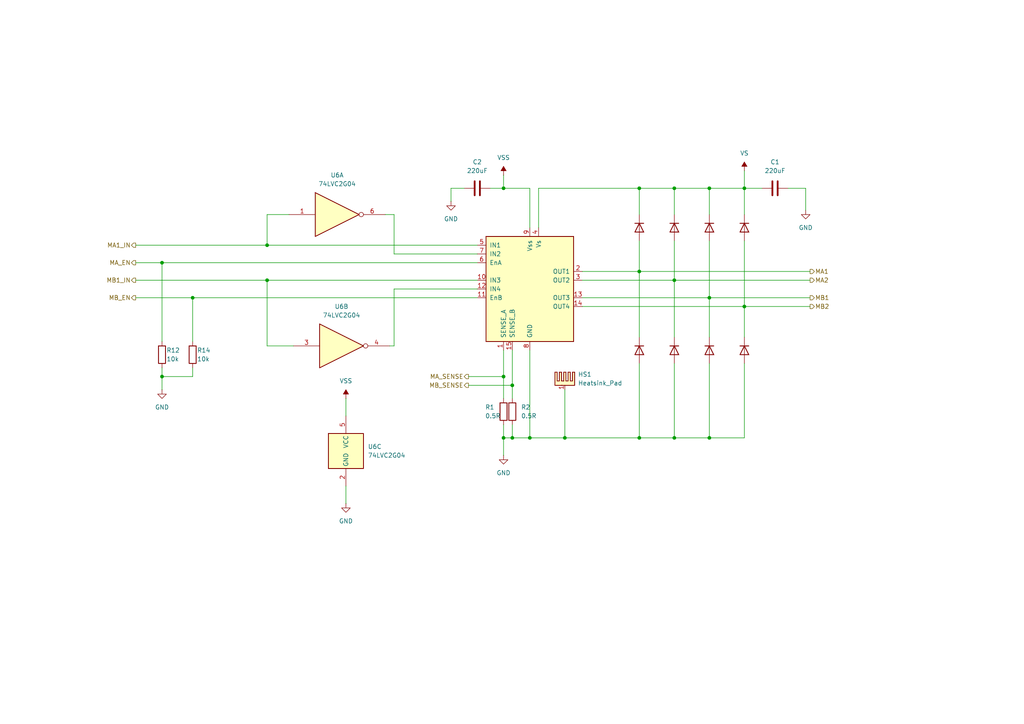
<source format=kicad_sch>
(kicad_sch (version 20231120) (generator "eeschema") (generator_version "8.0")
  (paper "A4")
  (lib_symbols
    (symbol "74xGxx:74LVC2G04"
      (property "Reference" "U" (at 0 7.62 0))
      (property "Value" "74LVC2G04" (at 2.54 -7.62 0))
      (symbol "74LVC2G04_1_1"
        (polyline (pts (xy -7.62 6.35) (xy -7.62 -6.35) (xy 5.08 0) (xy -7.62 6.35)) (stroke (width 0.254)) (fill (type background)))
        (pin input line (at -15.24 0 0) (length 7.62) (name "~") (number "1"))
        (pin output inverted (at 12.7 0 180) (length 7.62) (name "~") (number "6"))
      )
      (symbol "74LVC2G04_2_1"
        (polyline (pts (xy -7.62 6.35) (xy -7.62 -6.35) (xy 5.08 0) (xy -7.62 6.35)) (stroke (width 0.254)) (fill (type background)))
        (pin input line (at -15.24 0 0) (length 7.62) (name "~") (number "3"))
        (pin output inverted (at 12.7 0 180) (length 7.62) (name "~") (number "4"))
      )
      (symbol "74LVC2G04_3_0"
        (rectangle (start -5.08 -5.08) (end 5.08 5.08) (stroke (width 0.254)) (fill (type background)))
      )
      (symbol "74LVC2G04_3_1"
        (pin power_in line (at 0 -10.16 90) (length 5.08) (name "GND") (number "2"))
        (pin power_in line (at 0 10.16 270) (length 5.08) (name "VCC") (number "5"))
      )
    )
    (symbol "Device:C" (pin_numbers hide) (pin_names (offset 0.254))
      (property "Reference" "C" (at 0.635 2.54 0))
      (property "Value" "C" (at 0.635 -2.54 0))
      (symbol "C_0_1"
        (polyline (pts (xy -2.032 -0.762) (xy 2.032 -0.762)) (stroke (width 0.508)))
        (polyline (pts (xy -2.032 0.762) (xy 2.032 0.762)) (stroke (width 0.508)))
      )
      (symbol "C_1_1"
        (pin passive line (at 0 3.81 270) (length 2.794) (name "~") (number "1"))
        (pin passive line (at 0 -3.81 90) (length 2.794) (name "~") (number "2"))
      )
    )
    (symbol "Device:D" (pin_numbers hide) (pin_names (offset 1.016) hide)
      (property "Reference" "D" (at 0 2.54 0))
      (property "Value" "D" (at 0 -2.54 0))
      (symbol "D_0_1"
        (polyline (pts (xy -1.27 1.27) (xy -1.27 -1.27)) (stroke (width 0.254)))
        (polyline (pts (xy 1.27 0) (xy -1.27 0)))
        (polyline (pts (xy 1.27 1.27) (xy 1.27 -1.27) (xy -1.27 0) (xy 1.27 1.27)) (stroke (width 0.254)))
      )
      (symbol "D_1_1"
        (pin passive line (at -3.81 0 0) (length 2.54) (name "K") (number "1"))
        (pin passive line (at 3.81 0 180) (length 2.54) (name "A") (number "2"))
      )
    )
    (symbol "Device:R" (pin_numbers hide) (pin_names (offset 0))
      (property "Reference" "R" (at 2.032 0 90))
      (property "Value" "R" (at 0 0 90))
      (symbol "R_0_1"
        (rectangle (start -1.016 -2.54) (end 1.016 2.54) (stroke (width 0.254)))
      )
      (symbol "R_1_1"
        (pin passive line (at 0 3.81 270) (length 1.27) (name "~") (number "1"))
        (pin passive line (at 0 -3.81 90) (length 1.27) (name "~") (number "2"))
      )
    )
    (symbol "Driver_Motor:L298N" (pin_names (offset 1.016))
      (property "Reference" "U" (at -10.16 16.51 0))
      (property "Value" "L298N" (at 12.7 16.51 0))
      (symbol "L298N_0_1"
        (rectangle (start -12.7 15.24) (end 12.7 -15.24) (stroke (width 0.254)) (fill (type background)))
      )
      (symbol "L298N_1_1"
        (pin power_in line (at -7.62 -17.78 90) (length 2.54) (name "SENSE_A") (number "1"))
        (pin input line (at -15.24 2.54 0) (length 2.54) (name "IN3") (number "10"))
        (pin input line (at -15.24 -2.54 0) (length 2.54) (name "EnB") (number "11"))
        (pin input line (at -15.24 0 0) (length 2.54) (name "IN4") (number "12"))
        (pin output line (at 15.24 -2.54 180) (length 2.54) (name "OUT3") (number "13"))
        (pin output line (at 15.24 -5.08 180) (length 2.54) (name "OUT4") (number "14"))
        (pin power_in line (at -5.08 -17.78 90) (length 2.54) (name "SENSE_B") (number "15"))
        (pin output line (at 15.24 5.08 180) (length 2.54) (name "OUT1") (number "2"))
        (pin output line (at 15.24 2.54 180) (length 2.54) (name "OUT2") (number "3"))
        (pin power_in line (at 2.54 17.78 270) (length 2.54) (name "Vs") (number "4"))
        (pin input line (at -15.24 12.7 0) (length 2.54) (name "IN1") (number "5"))
        (pin input line (at -15.24 7.62 0) (length 2.54) (name "EnA") (number "6"))
        (pin input line (at -15.24 10.16 0) (length 2.54) (name "IN2") (number "7"))
        (pin power_in line (at 0 -17.78 90) (length 2.54) (name "GND") (number "8"))
        (pin power_in line (at 0 17.78 270) (length 2.54) (name "Vss") (number "9"))
      )
    )
    (symbol "Mechanical:Heatsink_Pad" (pin_names (offset 0)) (exclude_from_sim yes)
      (property "Reference" "HS" (at 0 5.715 0))
      (property "Value" "Heatsink_Pad" (at 0 3.81 0))
      (symbol "Heatsink_Pad_0_1"
        (polyline (pts (xy -0.3302 0) (xy -0.9652 0) (xy -0.9652 2.54) (xy -1.6002 2.54) (xy -1.6002 0) (xy -2.2352 0) (xy -2.2352 2.54) (xy -2.8702 2.54) (xy -2.8702 -1.27) (xy -0.9652 -1.27)) (stroke (width 0.254)) (fill (type background)))
        (polyline (pts (xy -0.3302 0) (xy -0.3302 2.54) (xy 0.3048 2.54) (xy 0.3048 0) (xy 0.9398 0) (xy 0.9398 2.54) (xy 1.5748 2.54) (xy 1.5748 0) (xy 2.2098 0) (xy 2.2098 2.54) (xy 2.8448 2.54) (xy 2.8448 -1.27) (xy -0.9652 -1.27)) (stroke (width 0.254)) (fill (type background)))
      )
      (symbol "Heatsink_Pad_1_1"
        (pin passive line (at 0 -2.54 90) (length 1.27) (name "~") (number "1"))
      )
    )
    (symbol "power:GND" (power) (pin_numbers hide) (pin_names (offset 0) hide)
      (property "Value" "GND" (at 0 -3.81 0))
      (symbol "GND_0_1"
        (polyline (pts (xy 0 0) (xy 0 -1.27) (xy 1.27 -1.27) (xy 0 -2.54) (xy -1.27 -1.27) (xy 0 -1.27)))
      )
      (symbol "GND_1_1"
        (pin power_in line (at 0 0 270) (length 0) (name "~") (number "1"))
      )
    )
    (symbol "power:VS" (power) (pin_numbers hide) (pin_names (offset 0) hide)
      (property "Value" "VS" (at 0 3.556 0))
      (symbol "VS_0_1"
        (polyline (pts (xy 0 0) (xy 0 2.54)))
        (polyline (pts (xy 0.762 1.27) (xy -0.762 1.27) (xy 0 2.54) (xy 0.762 1.27)) (fill (type outline)))
      )
      (symbol "VS_1_1"
        (pin power_in line (at 0 0 90) (length 0) (name "~") (number "1"))
      )
    )
    (symbol "power:VSS" (power) (pin_numbers hide) (pin_names (offset 0) hide)
      (property "Value" "VSS" (at 0 3.556 0))
      (symbol "VSS_0_1"
        (polyline (pts (xy 0 0) (xy 0 2.54)))
        (polyline (pts (xy 0.762 1.27) (xy -0.762 1.27) (xy 0 2.54) (xy 0.762 1.27)) (fill (type outline)))
      )
      (symbol "VSS_1_1"
        (pin power_in line (at 0 0 90) (length 0) (name "~") (number "1"))
      )
    )
  )
  (junction (at 46.99 109.22))
  (junction (at 205.74 54.61))
  (junction (at 195.58 127))
  (junction (at 148.59 127))
  (junction (at 77.47 71.12))
  (junction (at 146.05 54.61))
  (junction (at 205.74 86.36))
  (junction (at 148.59 111.76))
  (junction (at 195.58 81.28))
  (junction (at 185.42 54.61))
  (junction (at 55.88 86.36))
  (junction (at 146.05 127))
  (junction (at 153.67 127))
  (junction (at 215.9 54.61))
  (junction (at 146.05 109.22))
  (junction (at 185.42 78.74))
  (junction (at 77.47 81.28))
  (junction (at 195.58 54.61))
  (junction (at 185.42 127))
  (junction (at 46.99 76.2))
  (junction (at 215.9 88.9))
  (junction (at 205.74 127))
  (junction (at 163.83 127))
  (wire (pts (xy 205.74 105.41) (xy 205.74 127)))
  (wire (pts (xy 195.58 54.61) (xy 195.58 62.23)))
  (wire (pts (xy 185.42 54.61) (xy 195.58 54.61)))
  (wire (pts (xy 100.33 140.97) (xy 100.33 146.05)))
  (wire (pts (xy 39.37 76.2) (xy 46.99 76.2)))
  (wire (pts (xy 111.76 62.23) (xy 114.3 62.23)))
  (wire (pts (xy 55.88 86.36) (xy 138.43 86.36)))
  (wire (pts (xy 148.59 111.76) (xy 148.59 115.57)))
  (wire (pts (xy 113.03 100.33) (xy 114.3 100.33)))
  (wire (pts (xy 168.91 78.74) (xy 185.42 78.74)))
  (wire (pts (xy 146.05 123.19) (xy 146.05 127)))
  (wire (pts (xy 77.47 71.12) (xy 138.43 71.12)))
  (wire (pts (xy 114.3 100.33) (xy 114.3 83.82)))
  (wire (pts (xy 156.21 54.61) (xy 185.42 54.61)))
  (wire (pts (xy 46.99 76.2) (xy 138.43 76.2)))
  (wire (pts (xy 77.47 100.33) (xy 85.09 100.33)))
  (wire (pts (xy 148.59 101.6) (xy 148.59 111.76)))
  (wire (pts (xy 148.59 127) (xy 153.67 127)))
  (wire (pts (xy 146.05 101.6) (xy 146.05 109.22)))
  (wire (pts (xy 205.74 86.36) (xy 168.91 86.36)))
  (wire (pts (xy 148.59 127) (xy 148.59 123.19)))
  (wire (pts (xy 46.99 106.68) (xy 46.99 109.22)))
  (wire (pts (xy 185.42 78.74) (xy 234.95 78.74)))
  (wire (pts (xy 163.83 127) (xy 185.42 127)))
  (wire (pts (xy 195.58 81.28) (xy 195.58 97.79)))
  (wire (pts (xy 55.88 109.22) (xy 55.88 106.68)))
  (wire (pts (xy 100.33 115.57) (xy 100.33 120.65)))
  (wire (pts (xy 39.37 86.36) (xy 55.88 86.36)))
  (wire (pts (xy 135.89 111.76) (xy 148.59 111.76)))
  (wire (pts (xy 195.58 81.28) (xy 234.95 81.28)))
  (wire (pts (xy 215.9 88.9) (xy 234.95 88.9)))
  (wire (pts (xy 185.42 105.41) (xy 185.42 127)))
  (wire (pts (xy 163.83 113.03) (xy 163.83 127)))
  (wire (pts (xy 195.58 105.41) (xy 195.58 127)))
  (wire (pts (xy 168.91 88.9) (xy 215.9 88.9)))
  (wire (pts (xy 205.74 54.61) (xy 205.74 62.23)))
  (wire (pts (xy 215.9 127) (xy 215.9 105.41)))
  (wire (pts (xy 146.05 109.22) (xy 146.05 115.57)))
  (wire (pts (xy 114.3 83.82) (xy 138.43 83.82)))
  (wire (pts (xy 134.62 54.61) (xy 130.81 54.61)))
  (wire (pts (xy 156.21 66.04) (xy 156.21 54.61)))
  (wire (pts (xy 195.58 54.61) (xy 205.74 54.61)))
  (wire (pts (xy 135.89 109.22) (xy 146.05 109.22)))
  (wire (pts (xy 205.74 69.85) (xy 205.74 86.36)))
  (wire (pts (xy 130.81 54.61) (xy 130.81 58.42)))
  (wire (pts (xy 215.9 49.53) (xy 215.9 54.61)))
  (wire (pts (xy 153.67 101.6) (xy 153.67 127)))
  (wire (pts (xy 215.9 88.9) (xy 215.9 97.79)))
  (wire (pts (xy 55.88 86.36) (xy 55.88 99.06)))
  (wire (pts (xy 77.47 62.23) (xy 77.47 71.12)))
  (wire (pts (xy 114.3 73.66) (xy 138.43 73.66)))
  (wire (pts (xy 185.42 62.23) (xy 185.42 54.61)))
  (wire (pts (xy 185.42 78.74) (xy 185.42 97.79)))
  (wire (pts (xy 215.9 54.61) (xy 215.9 62.23)))
  (wire (pts (xy 146.05 54.61) (xy 142.24 54.61)))
  (wire (pts (xy 205.74 54.61) (xy 215.9 54.61)))
  (wire (pts (xy 46.99 76.2) (xy 46.99 99.06)))
  (wire (pts (xy 146.05 50.8) (xy 146.05 54.61)))
  (wire (pts (xy 205.74 127) (xy 215.9 127)))
  (wire (pts (xy 146.05 54.61) (xy 153.67 54.61)))
  (wire (pts (xy 185.42 69.85) (xy 185.42 78.74)))
  (wire (pts (xy 185.42 127) (xy 195.58 127)))
  (wire (pts (xy 168.91 81.28) (xy 195.58 81.28)))
  (wire (pts (xy 215.9 69.85) (xy 215.9 88.9)))
  (wire (pts (xy 77.47 81.28) (xy 77.47 100.33)))
  (wire (pts (xy 228.6 54.61) (xy 233.68 54.61)))
  (wire (pts (xy 195.58 69.85) (xy 195.58 81.28)))
  (wire (pts (xy 195.58 127) (xy 205.74 127)))
  (wire (pts (xy 39.37 71.12) (xy 77.47 71.12)))
  (wire (pts (xy 153.67 127) (xy 163.83 127)))
  (wire (pts (xy 146.05 127) (xy 148.59 127)))
  (wire (pts (xy 77.47 81.28) (xy 138.43 81.28)))
  (wire (pts (xy 114.3 62.23) (xy 114.3 73.66)))
  (wire (pts (xy 215.9 54.61) (xy 220.98 54.61)))
  (wire (pts (xy 83.82 62.23) (xy 77.47 62.23)))
  (wire (pts (xy 46.99 109.22) (xy 55.88 109.22)))
  (wire (pts (xy 39.37 81.28) (xy 77.47 81.28)))
  (wire (pts (xy 146.05 127) (xy 146.05 132.08)))
  (wire (pts (xy 234.95 86.36) (xy 205.74 86.36)))
  (wire (pts (xy 46.99 109.22) (xy 46.99 113.03)))
  (wire (pts (xy 153.67 54.61) (xy 153.67 66.04)))
  (wire (pts (xy 233.68 54.61) (xy 233.68 60.96)))
  (wire (pts (xy 205.74 86.36) (xy 205.74 97.79)))
  (hierarchical_label "MB1" (shape output) (at 234.95 86.36 0))
  (hierarchical_label "MA2" (shape output) (at 234.95 81.28 0))
  (hierarchical_label "MA1_IN" (shape output) (at 39.37 71.12 180))
  (hierarchical_label "MB_EN" (shape output) (at 39.37 86.36 180))
  (hierarchical_label "MB_SENSE" (shape output) (at 135.89 111.76 180))
  (hierarchical_label "MA1" (shape output) (at 234.95 78.74 0))
  (hierarchical_label "MA_SENSE" (shape output) (at 135.89 109.22 180))
  (hierarchical_label "MB1_IN" (shape output) (at 39.37 81.28 180))
  (hierarchical_label "MA_EN" (shape output) (at 39.37 76.2 180))
  (hierarchical_label "MB2" (shape output) (at 234.95 88.9 0))
  (symbol (lib_id "power:GND") (at 146.05 132.08 0) (unit 1)
    (property "Reference" "#PWR02" (effects (hide yes)))
    (property "Value" "GND" (at 146.05 137.16 0))
    (property "Description" "Power symbol creates a global label with name \"GND\" , ground" (effects (hide yes)))
    (instances (project "int-brain" (path "" (reference "#PWR02") (unit 1)) (path "" (reference "#PWR08") (unit 1))))
  )
  (symbol (lib_id "Device:D") (at 195.58 101.6 270) (unit 1)
    (property "Reference" "D4" (effects (hide yes)))
    (property "Value" "D" (effects (hide yes)))
    (property "Footprint" "Diode_SMD:D_SMA_Handsoldering" (effects (hide yes)))
    (property "Description" "Diode" (effects (hide yes)))
    (property "Sim.Device" "D" (effects (hide yes)))
    (property "Sim.Pins" "1=K 2=A" (effects (hide yes)))
    (instances (project "int-brain" (path "" (reference "D4") (unit 1)) (path "" (reference "D12") (unit 1))))
  )
  (symbol (lib_id "Device:R") (at 146.05 119.38 0) (unit 1)
    (property "Reference" "R1" (at 140.716 118.11 0) (effects (justify left)))
    (property "Value" "0.5R" (at 140.716 120.65 0) (effects (justify left)))
    (property "Footprint" "Resistor_THT:R_Axial_DIN0414_L11.9mm_D4.5mm_P20.32mm_Horizontal" (effects (hide yes)))
    (property "Description" "Resistor" (effects (hide yes)))
    (instances (project "int-brain" (path "" (reference "R1") (unit 1)) (path "" (reference "R3") (unit 1))))
  )
  (symbol (lib_id "Device:R") (at 148.59 119.38 0) (unit 1)
    (property "Reference" "R2" (at 151.13 118.1099 0) (effects (justify left)))
    (property "Value" "0.5R" (at 151.13 120.6499 0) (effects (justify left)))
    (property "Footprint" "Resistor_THT:R_Axial_DIN0414_L11.9mm_D4.5mm_P20.32mm_Horizontal" (effects (hide yes)))
    (property "Description" "Resistor" (effects (hide yes)))
    (instances (project "int-brain" (path "" (reference "R2") (unit 1)) (path "" (reference "R4") (unit 1))))
  )
  (symbol (lib_id "power:VSS") (at 146.05 50.8 0) (unit 1)
    (property "Reference" "#PWR01" (effects (hide yes)))
    (property "Value" "VSS" (at 146.05 45.72 0))
    (property "Description" "Power symbol creates a global label with name \"VSS\"" (effects (hide yes)))
    (instances (project "int-brain" (path "" (reference "#PWR01") (unit 1)) (path "" (reference "#PWR07") (unit 1))))
  )
  (symbol (lib_id "74xGxx:74LVC2G04") (at 100.33 130.81 0) (unit 3)
    (property "Reference" "U6" (at 106.68 129.5399 0) (effects (justify left)))
    (property "Value" "74LVC2G04" (at 106.68 132.0799 0) (effects (justify left)))
    (property "Footprint" "Package_TO_SOT_SMD:SOT-23-6_Handsoldering" (effects (hide yes)))
    (property "Datasheet" "http://www.ti.com/lit/sg/scyt129e/scyt129e.pdf" (effects (hide yes)))
    (property "Description" "Dual NOT Gate, Low-Voltage CMOS" (effects (hide yes)))
    (instances (project "int-brain" (path "" (reference "U6") (unit 3)) (path "" (reference "U5") (unit 3))))
  )
  (symbol (lib_id "power:GND") (at 130.81 58.42 0) (mirror y) (unit 1)
    (property "Reference" "#PWR03" (effects (hide yes)))
    (property "Value" "GND" (at 130.81 63.5 0))
    (property "Description" "Power symbol creates a global label with name \"GND\" , ground" (effects (hide yes)))
    (instances (project "int-brain" (path "" (reference "#PWR03") (unit 1)) (path "" (reference "#PWR06") (unit 1))))
  )
  (symbol (lib_id "Device:D") (at 205.74 66.04 270) (unit 1)
    (property "Reference" "D5" (effects (hide yes)))
    (property "Value" "D" (effects (hide yes)))
    (property "Footprint" "Diode_SMD:D_SMA_Handsoldering" (effects (hide yes)))
    (property "Description" "Diode" (effects (hide yes)))
    (property "Sim.Device" "D" (effects (hide yes)))
    (property "Sim.Pins" "1=K 2=A" (effects (hide yes)))
    (instances (project "int-brain" (path "" (reference "D5") (unit 1)) (path "" (reference "D13") (unit 1))))
  )
  (symbol (lib_id "power:GND") (at 46.99 113.03 0) (unit 1)
    (property "Reference" "#PWR034" (effects (hide yes)))
    (property "Value" "GND" (at 46.99 118.11 0))
    (property "Description" "Power symbol creates a global label with name \"GND\" , ground" (effects (hide yes)))
    (instances (project "int-brain" (path "" (reference "#PWR034") (unit 1)) (path "" (reference "#PWR035") (unit 1))))
  )
  (symbol (lib_id "Device:D") (at 195.58 66.04 270) (unit 1)
    (property "Reference" "D3" (effects (hide yes)))
    (property "Value" "D" (effects (hide yes)))
    (property "Footprint" "Diode_SMD:D_SMA_Handsoldering" (effects (hide yes)))
    (property "Description" "Diode" (effects (hide yes)))
    (property "Sim.Device" "D" (effects (hide yes)))
    (property "Sim.Pins" "1=K 2=A" (effects (hide yes)))
    (instances (project "int-brain" (path "" (reference "D3") (unit 1)) (path "" (reference "D11") (unit 1))))
  )
  (symbol (lib_id "Device:C") (at 224.79 54.61 270) (unit 1)
    (property "Reference" "C1" (at 224.79 46.99 90))
    (property "Value" "220uF" (at 224.79 49.53 90))
    (property "Footprint" "Capacitor_THT:C_Radial_D8.0mm_H11.5mm_P3.50mm" (effects (hide yes)))
    (property "Description" "Unpolarized capacitor" (effects (hide yes)))
    (instances (project "int-brain" (path "" (reference "C1") (unit 1)) (path "" (reference "C4") (unit 1))))
  )
  (symbol (lib_id "power:VS") (at 215.9 49.53 0) (unit 1)
    (property "Reference" "#PWR04" (effects (hide yes)))
    (property "Value" "VS" (at 215.9 44.45 0))
    (property "Description" "Power symbol creates a global label with name \"VS\"" (effects (hide yes)))
    (instances (project "int-brain" (path "" (reference "#PWR04") (unit 1)) (path "" (reference "#PWR09") (unit 1))))
  )
  (symbol (lib_id "Device:R") (at 46.99 102.87 0) (unit 1)
    (property "Reference" "R12" (at 48.26 101.6 0) (effects (justify left)))
    (property "Value" "10k" (at 48.26 104.14 0) (effects (justify left)))
    (property "Footprint" "Resistor_SMD:R_1206_3216Metric_Pad1.30x1.75mm_HandSolder" (effects (hide yes)))
    (property "Description" "Resistor" (effects (hide yes)))
    (instances (project "int-brain" (path "" (reference "R12") (unit 1)) (path "" (reference "R13") (unit 1))))
  )
  (symbol (lib_id "74xGxx:74LVC2G04") (at 100.33 100.33 0) (unit 2)
    (property "Reference" "U6" (at 99.06 88.9 0))
    (property "Value" "74LVC2G04" (at 99.06 91.44 0))
    (property "Footprint" "Package_TO_SOT_SMD:SOT-23-6_Handsoldering" (effects (hide yes)))
    (property "Datasheet" "http://www.ti.com/lit/sg/scyt129e/scyt129e.pdf" (effects (hide yes)))
    (property "Description" "Dual NOT Gate, Low-Voltage CMOS" (effects (hide yes)))
    (instances (project "int-brain" (path "" (reference "U6") (unit 2)) (path "" (reference "U5") (unit 2))))
  )
  (symbol (lib_id "power:GND") (at 233.68 60.96 0) (unit 1)
    (property "Reference" "#PWR05" (effects (hide yes)))
    (property "Value" "GND" (at 233.68 66.04 0))
    (property "Description" "Power symbol creates a global label with name \"GND\" , ground" (effects (hide yes)))
    (instances (project "int-brain" (path "" (reference "#PWR05") (unit 1)) (path "" (reference "#PWR010") (unit 1))))
  )
  (symbol (lib_id "Device:C") (at 138.43 54.61 90) (mirror x) (unit 1)
    (property "Reference" "C2" (at 138.43 46.99 90))
    (property "Value" "220uF" (at 138.43 49.53 90))
    (property "Footprint" "Capacitor_THT:C_Radial_D8.0mm_H11.5mm_P3.50mm" (effects (hide yes)))
    (property "Description" "Unpolarized capacitor" (effects (hide yes)))
    (instances (project "int-brain" (path "" (reference "C2") (unit 1)) (path "" (reference "C3") (unit 1))))
  )
  (symbol (lib_id "Device:R") (at 55.88 102.87 0) (unit 1)
    (property "Reference" "R14" (at 57.15 101.6 0) (effects (justify left)))
    (property "Value" "10k" (at 57.15 104.14 0) (effects (justify left)))
    (property "Footprint" "Resistor_SMD:R_1206_3216Metric_Pad1.30x1.75mm_HandSolder" (effects (hide yes)))
    (property "Description" "Resistor" (effects (hide yes)))
    (instances (project "int-brain" (path "" (reference "R14") (unit 1)) (path "" (reference "R15") (unit 1))))
  )
  (symbol (lib_id "Device:D") (at 215.9 66.04 270) (unit 1)
    (property "Reference" "D7" (effects (hide yes)))
    (property "Value" "D" (effects (hide yes)))
    (property "Footprint" "Diode_SMD:D_SMA_Handsoldering" (effects (hide yes)))
    (property "Description" "Diode" (effects (hide yes)))
    (property "Sim.Device" "D" (effects (hide yes)))
    (property "Sim.Pins" "1=K 2=A" (effects (hide yes)))
    (instances (project "int-brain" (path "" (reference "D7") (unit 1)) (path "" (reference "D15") (unit 1))))
  )
  (symbol (lib_id "power:GND") (at 100.33 146.05 0) (unit 1)
    (property "Reference" "#PWR033" (effects (hide yes)))
    (property "Value" "GND" (at 100.33 151.13 0))
    (property "Description" "Power symbol creates a global label with name \"GND\" , ground" (effects (hide yes)))
    (instances (project "int-brain" (path "" (reference "#PWR033") (unit 1)) (path "" (reference "#PWR032") (unit 1))))
  )
  (symbol (lib_id "Device:D") (at 185.42 101.6 270) (unit 1)
    (property "Reference" "D2" (effects (hide yes)))
    (property "Value" "D" (effects (hide yes)))
    (property "Footprint" "Diode_SMD:D_SMA_Handsoldering" (effects (hide yes)))
    (property "Description" "Diode" (effects (hide yes)))
    (property "Sim.Device" "D" (effects (hide yes)))
    (property "Sim.Pins" "1=K 2=A" (effects (hide yes)))
    (instances (project "int-brain" (path "" (reference "D2") (unit 1)) (path "" (reference "D10") (unit 1))))
  )
  (symbol (lib_id "Device:D") (at 185.42 66.04 270) (unit 1)
    (property "Reference" "D1" (effects (hide yes)))
    (property "Value" "D" (effects (hide yes)))
    (property "Footprint" "Diode_SMD:D_SMA_Handsoldering" (effects (hide yes)))
    (property "Description" "Diode" (effects (hide yes)))
    (property "Sim.Device" "D" (effects (hide yes)))
    (property "Sim.Pins" "1=K 2=A" (effects (hide yes)))
    (instances (project "int-brain" (path "" (reference "D1") (unit 1)) (path "" (reference "D9") (unit 1))))
  )
  (symbol (lib_id "Mechanical:Heatsink_Pad") (at 163.83 110.49 0) (unit 1) (exclude_from_sim yes)
    (property "Reference" "HS1" (at 167.64 108.5849 0) (effects (justify left)))
    (property "Value" "Heatsink_Pad" (at 167.64 111.1249 0) (effects (justify left)))
    (property "Footprint" "heatsink:Heatsink_PI48" (effects (hide yes)))
    (property "Description" "Heatsink with electrical connection, 1 pin" (effects (hide yes)))
    (instances (project "int-brain" (path "" (reference "HS1") (unit 1)) (path "" (reference "HS2") (unit 1))))
  )
  (symbol (lib_id "Device:D") (at 205.74 101.6 270) (unit 1)
    (property "Reference" "D6" (effects (hide yes)))
    (property "Value" "D" (effects (hide yes)))
    (property "Footprint" "Diode_SMD:D_SMA_Handsoldering" (effects (hide yes)))
    (property "Description" "Diode" (effects (hide yes)))
    (property "Sim.Device" "D" (effects (hide yes)))
    (property "Sim.Pins" "1=K 2=A" (effects (hide yes)))
    (instances (project "int-brain" (path "" (reference "D6") (unit 1)) (path "" (reference "D14") (unit 1))))
  )
  (symbol (lib_id "Driver_Motor:L298N") (at 153.67 83.82 0) (unit 1)
    (property "Reference" "U1" (effects (hide yes)))
    (property "Value" "L298N" (effects (hide yes)))
    (property "Footprint" "Package_TO_SOT_THT:TO-220-15_P2.54x2.54mm_StaggerOdd_Lead4.58mm_Vertical" (effects (hide yes)))
    (property "Datasheet" "http://www.st.com/st-web-ui/static/active/en/resource/technical/document/datasheet/CD00000240.pdf" (effects (hide yes)))
    (property "Description" "Dual full bridge motor driver, up to 46V, 4A, Multiwatt15-V" (effects (hide yes)))
    (instances (project "int-brain" (path "" (reference "U1") (unit 1)) (path "" (reference "U3") (unit 1))))
  )
  (symbol (lib_id "74xGxx:74LVC2G04") (at 99.06 62.23 0) (unit 1)
    (property "Reference" "U6" (at 97.79 50.8 0))
    (property "Value" "74LVC2G04" (at 97.79 53.34 0))
    (property "Footprint" "Package_TO_SOT_SMD:SOT-23-6_Handsoldering" (effects (hide yes)))
    (property "Datasheet" "http://www.ti.com/lit/sg/scyt129e/scyt129e.pdf" (effects (hide yes)))
    (property "Description" "Dual NOT Gate, Low-Voltage CMOS" (effects (hide yes)))
    (instances (project "int-brain" (path "" (reference "U6") (unit 1)) (path "" (reference "U5") (unit 1))))
  )
  (symbol (lib_id "Device:D") (at 215.9 101.6 270) (unit 1)
    (property "Reference" "D8" (effects (hide yes)))
    (property "Value" "D" (effects (hide yes)))
    (property "Footprint" "Diode_SMD:D_SMA_Handsoldering" (effects (hide yes)))
    (property "Description" "Diode" (effects (hide yes)))
    (property "Sim.Device" "D" (effects (hide yes)))
    (property "Sim.Pins" "1=K 2=A" (effects (hide yes)))
    (instances (project "int-brain" (path "" (reference "D8") (unit 1)) (path "" (reference "D16") (unit 1))))
  )
  (symbol (lib_id "power:VSS") (at 100.33 115.57 0) (unit 1)
    (property "Reference" "#PWR031" (effects (hide yes)))
    (property "Value" "VSS" (at 100.33 110.49 0))
    (property "Description" "Power symbol creates a global label with name \"VSS\"" (effects (hide yes)))
    (instances (project "int-brain" (path "" (reference "#PWR031") (unit 1)) (path "" (reference "#PWR030") (unit 1))))
  )
)
</source>
